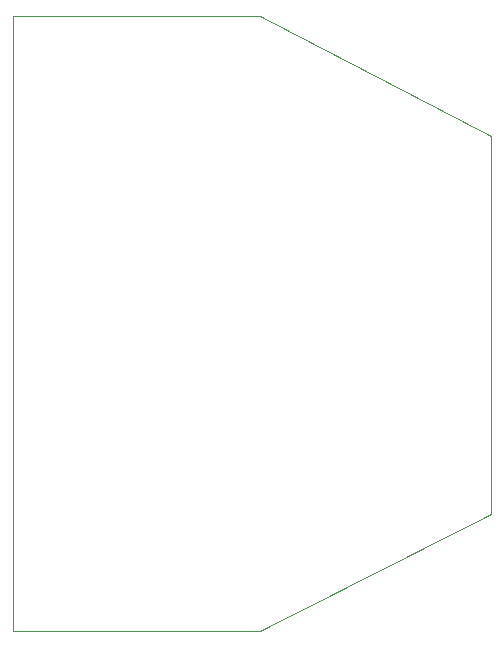
<source format=gm1>
G04 #@! TF.GenerationSoftware,KiCad,Pcbnew,(6.0.0)*
G04 #@! TF.CreationDate,2023-01-29T20:41:16-05:00*
G04 #@! TF.ProjectId,tms7000 plcc 68 adapter,746d7337-3030-4302-9070-6c6363203638,rev?*
G04 #@! TF.SameCoordinates,Original*
G04 #@! TF.FileFunction,Profile,NP*
%FSLAX46Y46*%
G04 Gerber Fmt 4.6, Leading zero omitted, Abs format (unit mm)*
G04 Created by KiCad (PCBNEW (6.0.0)) date 2023-01-29 20:41:16*
%MOMM*%
%LPD*%
G01*
G04 APERTURE LIST*
G04 #@! TA.AperFunction,Profile*
%ADD10C,0.100000*%
G04 #@! TD*
G04 APERTURE END LIST*
D10*
X117221000Y-98552000D02*
X138176000Y-98552000D01*
X157734000Y-88646000D02*
X138176000Y-98552000D01*
X117221000Y-46482000D02*
X117221000Y-81407000D01*
X138176000Y-46482000D02*
X117221000Y-46482000D01*
X157734000Y-56642000D02*
X157734000Y-88646000D01*
X138176000Y-46482000D02*
X157734000Y-56642000D01*
X117221000Y-81407000D02*
X117221000Y-98552000D01*
M02*

</source>
